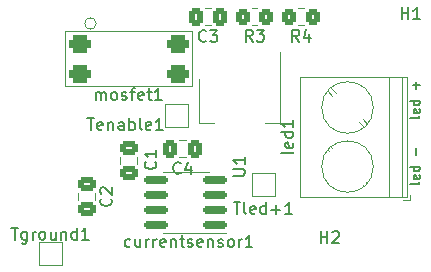
<source format=gto>
G04 #@! TF.GenerationSoftware,KiCad,Pcbnew,7.0.2*
G04 #@! TF.CreationDate,2023-10-11T21:35:40+02:00*
G04 #@! TF.ProjectId,aansturing lamp pcb,61616e73-7475-4726-996e-67206c616d70,rev?*
G04 #@! TF.SameCoordinates,Original*
G04 #@! TF.FileFunction,Legend,Top*
G04 #@! TF.FilePolarity,Positive*
%FSLAX46Y46*%
G04 Gerber Fmt 4.6, Leading zero omitted, Abs format (unit mm)*
G04 Created by KiCad (PCBNEW 7.0.2) date 2023-10-11 21:35:40*
%MOMM*%
%LPD*%
G01*
G04 APERTURE LIST*
G04 Aperture macros list*
%AMRoundRect*
0 Rectangle with rounded corners*
0 $1 Rounding radius*
0 $2 $3 $4 $5 $6 $7 $8 $9 X,Y pos of 4 corners*
0 Add a 4 corners polygon primitive as box body*
4,1,4,$2,$3,$4,$5,$6,$7,$8,$9,$2,$3,0*
0 Add four circle primitives for the rounded corners*
1,1,$1+$1,$2,$3*
1,1,$1+$1,$4,$5*
1,1,$1+$1,$6,$7*
1,1,$1+$1,$8,$9*
0 Add four rect primitives between the rounded corners*
20,1,$1+$1,$2,$3,$4,$5,0*
20,1,$1+$1,$4,$5,$6,$7,0*
20,1,$1+$1,$6,$7,$8,$9,0*
20,1,$1+$1,$8,$9,$2,$3,0*%
G04 Aperture macros list end*
%ADD10C,0.200000*%
%ADD11C,0.150000*%
%ADD12C,0.120000*%
%ADD13RoundRect,0.375000X0.575000X0.375000X-0.575000X0.375000X-0.575000X-0.375000X0.575000X-0.375000X0*%
%ADD14C,2.500000*%
%ADD15RoundRect,0.250000X0.337500X0.475000X-0.337500X0.475000X-0.337500X-0.475000X0.337500X-0.475000X0*%
%ADD16R,1.500000X1.500000*%
%ADD17R,1.500000X2.000000*%
%ADD18R,3.800000X2.000000*%
%ADD19RoundRect,0.250000X0.350000X0.450000X-0.350000X0.450000X-0.350000X-0.450000X0.350000X-0.450000X0*%
%ADD20RoundRect,0.250000X0.475000X-0.337500X0.475000X0.337500X-0.475000X0.337500X-0.475000X-0.337500X0*%
%ADD21R,2.600000X2.600000*%
%ADD22C,2.600000*%
%ADD23RoundRect,0.250000X-0.475000X0.337500X-0.475000X-0.337500X0.475000X-0.337500X0.475000X0.337500X0*%
%ADD24RoundRect,0.150000X0.825000X0.150000X-0.825000X0.150000X-0.825000X-0.150000X0.825000X-0.150000X0*%
%ADD25R,1.700000X1.700000*%
%ADD26O,1.700000X1.700000*%
G04 APERTURE END LIST*
D10*
X114837095Y-81610238D02*
X114799000Y-81686428D01*
X114799000Y-81686428D02*
X114722809Y-81724523D01*
X114722809Y-81724523D02*
X114037095Y-81724523D01*
X114799000Y-81000713D02*
X114837095Y-81076904D01*
X114837095Y-81076904D02*
X114837095Y-81229285D01*
X114837095Y-81229285D02*
X114799000Y-81305475D01*
X114799000Y-81305475D02*
X114722809Y-81343571D01*
X114722809Y-81343571D02*
X114418047Y-81343571D01*
X114418047Y-81343571D02*
X114341857Y-81305475D01*
X114341857Y-81305475D02*
X114303761Y-81229285D01*
X114303761Y-81229285D02*
X114303761Y-81076904D01*
X114303761Y-81076904D02*
X114341857Y-81000713D01*
X114341857Y-81000713D02*
X114418047Y-80962618D01*
X114418047Y-80962618D02*
X114494238Y-80962618D01*
X114494238Y-80962618D02*
X114570428Y-81343571D01*
X114837095Y-80276904D02*
X114037095Y-80276904D01*
X114799000Y-80276904D02*
X114837095Y-80353095D01*
X114837095Y-80353095D02*
X114837095Y-80505476D01*
X114837095Y-80505476D02*
X114799000Y-80581666D01*
X114799000Y-80581666D02*
X114760904Y-80619761D01*
X114760904Y-80619761D02*
X114684714Y-80657857D01*
X114684714Y-80657857D02*
X114456142Y-80657857D01*
X114456142Y-80657857D02*
X114379952Y-80619761D01*
X114379952Y-80619761D02*
X114341857Y-80581666D01*
X114341857Y-80581666D02*
X114303761Y-80505476D01*
X114303761Y-80505476D02*
X114303761Y-80353095D01*
X114303761Y-80353095D02*
X114341857Y-80276904D01*
X114532333Y-79286427D02*
X114532333Y-78676904D01*
X114837095Y-78981665D02*
X114227571Y-78981665D01*
X114837095Y-87198238D02*
X114799000Y-87274428D01*
X114799000Y-87274428D02*
X114722809Y-87312523D01*
X114722809Y-87312523D02*
X114037095Y-87312523D01*
X114799000Y-86588713D02*
X114837095Y-86664904D01*
X114837095Y-86664904D02*
X114837095Y-86817285D01*
X114837095Y-86817285D02*
X114799000Y-86893475D01*
X114799000Y-86893475D02*
X114722809Y-86931571D01*
X114722809Y-86931571D02*
X114418047Y-86931571D01*
X114418047Y-86931571D02*
X114341857Y-86893475D01*
X114341857Y-86893475D02*
X114303761Y-86817285D01*
X114303761Y-86817285D02*
X114303761Y-86664904D01*
X114303761Y-86664904D02*
X114341857Y-86588713D01*
X114341857Y-86588713D02*
X114418047Y-86550618D01*
X114418047Y-86550618D02*
X114494238Y-86550618D01*
X114494238Y-86550618D02*
X114570428Y-86931571D01*
X114837095Y-85864904D02*
X114037095Y-85864904D01*
X114799000Y-85864904D02*
X114837095Y-85941095D01*
X114837095Y-85941095D02*
X114837095Y-86093476D01*
X114837095Y-86093476D02*
X114799000Y-86169666D01*
X114799000Y-86169666D02*
X114760904Y-86207761D01*
X114760904Y-86207761D02*
X114684714Y-86245857D01*
X114684714Y-86245857D02*
X114456142Y-86245857D01*
X114456142Y-86245857D02*
X114379952Y-86207761D01*
X114379952Y-86207761D02*
X114341857Y-86169666D01*
X114341857Y-86169666D02*
X114303761Y-86093476D01*
X114303761Y-86093476D02*
X114303761Y-85941095D01*
X114303761Y-85941095D02*
X114341857Y-85864904D01*
X114532333Y-84874427D02*
X114532333Y-84264904D01*
D11*
X87408095Y-80218619D02*
X87408095Y-79551952D01*
X87408095Y-79647190D02*
X87455714Y-79599571D01*
X87455714Y-79599571D02*
X87550952Y-79551952D01*
X87550952Y-79551952D02*
X87693809Y-79551952D01*
X87693809Y-79551952D02*
X87789047Y-79599571D01*
X87789047Y-79599571D02*
X87836666Y-79694809D01*
X87836666Y-79694809D02*
X87836666Y-80218619D01*
X87836666Y-79694809D02*
X87884285Y-79599571D01*
X87884285Y-79599571D02*
X87979523Y-79551952D01*
X87979523Y-79551952D02*
X88122380Y-79551952D01*
X88122380Y-79551952D02*
X88217619Y-79599571D01*
X88217619Y-79599571D02*
X88265238Y-79694809D01*
X88265238Y-79694809D02*
X88265238Y-80218619D01*
X88884285Y-80218619D02*
X88789047Y-80171000D01*
X88789047Y-80171000D02*
X88741428Y-80123380D01*
X88741428Y-80123380D02*
X88693809Y-80028142D01*
X88693809Y-80028142D02*
X88693809Y-79742428D01*
X88693809Y-79742428D02*
X88741428Y-79647190D01*
X88741428Y-79647190D02*
X88789047Y-79599571D01*
X88789047Y-79599571D02*
X88884285Y-79551952D01*
X88884285Y-79551952D02*
X89027142Y-79551952D01*
X89027142Y-79551952D02*
X89122380Y-79599571D01*
X89122380Y-79599571D02*
X89169999Y-79647190D01*
X89169999Y-79647190D02*
X89217618Y-79742428D01*
X89217618Y-79742428D02*
X89217618Y-80028142D01*
X89217618Y-80028142D02*
X89169999Y-80123380D01*
X89169999Y-80123380D02*
X89122380Y-80171000D01*
X89122380Y-80171000D02*
X89027142Y-80218619D01*
X89027142Y-80218619D02*
X88884285Y-80218619D01*
X89598571Y-80171000D02*
X89693809Y-80218619D01*
X89693809Y-80218619D02*
X89884285Y-80218619D01*
X89884285Y-80218619D02*
X89979523Y-80171000D01*
X89979523Y-80171000D02*
X90027142Y-80075761D01*
X90027142Y-80075761D02*
X90027142Y-80028142D01*
X90027142Y-80028142D02*
X89979523Y-79932904D01*
X89979523Y-79932904D02*
X89884285Y-79885285D01*
X89884285Y-79885285D02*
X89741428Y-79885285D01*
X89741428Y-79885285D02*
X89646190Y-79837666D01*
X89646190Y-79837666D02*
X89598571Y-79742428D01*
X89598571Y-79742428D02*
X89598571Y-79694809D01*
X89598571Y-79694809D02*
X89646190Y-79599571D01*
X89646190Y-79599571D02*
X89741428Y-79551952D01*
X89741428Y-79551952D02*
X89884285Y-79551952D01*
X89884285Y-79551952D02*
X89979523Y-79599571D01*
X90312857Y-79551952D02*
X90693809Y-79551952D01*
X90455714Y-80218619D02*
X90455714Y-79361476D01*
X90455714Y-79361476D02*
X90503333Y-79266238D01*
X90503333Y-79266238D02*
X90598571Y-79218619D01*
X90598571Y-79218619D02*
X90693809Y-79218619D01*
X91408095Y-80171000D02*
X91312857Y-80218619D01*
X91312857Y-80218619D02*
X91122381Y-80218619D01*
X91122381Y-80218619D02*
X91027143Y-80171000D01*
X91027143Y-80171000D02*
X90979524Y-80075761D01*
X90979524Y-80075761D02*
X90979524Y-79694809D01*
X90979524Y-79694809D02*
X91027143Y-79599571D01*
X91027143Y-79599571D02*
X91122381Y-79551952D01*
X91122381Y-79551952D02*
X91312857Y-79551952D01*
X91312857Y-79551952D02*
X91408095Y-79599571D01*
X91408095Y-79599571D02*
X91455714Y-79694809D01*
X91455714Y-79694809D02*
X91455714Y-79790047D01*
X91455714Y-79790047D02*
X90979524Y-79885285D01*
X91741429Y-79551952D02*
X92122381Y-79551952D01*
X91884286Y-79218619D02*
X91884286Y-80075761D01*
X91884286Y-80075761D02*
X91931905Y-80171000D01*
X91931905Y-80171000D02*
X92027143Y-80218619D01*
X92027143Y-80218619D02*
X92122381Y-80218619D01*
X92979524Y-80218619D02*
X92408096Y-80218619D01*
X92693810Y-80218619D02*
X92693810Y-79218619D01*
X92693810Y-79218619D02*
X92598572Y-79361476D01*
X92598572Y-79361476D02*
X92503334Y-79456714D01*
X92503334Y-79456714D02*
X92408096Y-79504333D01*
X106428095Y-92310619D02*
X106428095Y-91310619D01*
X106428095Y-91786809D02*
X106999523Y-91786809D01*
X106999523Y-92310619D02*
X106999523Y-91310619D01*
X107428095Y-91405857D02*
X107475714Y-91358238D01*
X107475714Y-91358238D02*
X107570952Y-91310619D01*
X107570952Y-91310619D02*
X107809047Y-91310619D01*
X107809047Y-91310619D02*
X107904285Y-91358238D01*
X107904285Y-91358238D02*
X107951904Y-91405857D01*
X107951904Y-91405857D02*
X107999523Y-91501095D01*
X107999523Y-91501095D02*
X107999523Y-91596333D01*
X107999523Y-91596333D02*
X107951904Y-91739190D01*
X107951904Y-91739190D02*
X107380476Y-92310619D01*
X107380476Y-92310619D02*
X107999523Y-92310619D01*
X94575333Y-86375380D02*
X94527714Y-86423000D01*
X94527714Y-86423000D02*
X94384857Y-86470619D01*
X94384857Y-86470619D02*
X94289619Y-86470619D01*
X94289619Y-86470619D02*
X94146762Y-86423000D01*
X94146762Y-86423000D02*
X94051524Y-86327761D01*
X94051524Y-86327761D02*
X94003905Y-86232523D01*
X94003905Y-86232523D02*
X93956286Y-86042047D01*
X93956286Y-86042047D02*
X93956286Y-85899190D01*
X93956286Y-85899190D02*
X94003905Y-85708714D01*
X94003905Y-85708714D02*
X94051524Y-85613476D01*
X94051524Y-85613476D02*
X94146762Y-85518238D01*
X94146762Y-85518238D02*
X94289619Y-85470619D01*
X94289619Y-85470619D02*
X94384857Y-85470619D01*
X94384857Y-85470619D02*
X94527714Y-85518238D01*
X94527714Y-85518238D02*
X94575333Y-85565857D01*
X95432476Y-85803952D02*
X95432476Y-86470619D01*
X95194381Y-85423000D02*
X94956286Y-86137285D01*
X94956286Y-86137285D02*
X95575333Y-86137285D01*
X80232666Y-91032619D02*
X80804094Y-91032619D01*
X80518380Y-92032619D02*
X80518380Y-91032619D01*
X81565999Y-91365952D02*
X81565999Y-92175476D01*
X81565999Y-92175476D02*
X81518380Y-92270714D01*
X81518380Y-92270714D02*
X81470761Y-92318333D01*
X81470761Y-92318333D02*
X81375523Y-92365952D01*
X81375523Y-92365952D02*
X81232666Y-92365952D01*
X81232666Y-92365952D02*
X81137428Y-92318333D01*
X81565999Y-91985000D02*
X81470761Y-92032619D01*
X81470761Y-92032619D02*
X81280285Y-92032619D01*
X81280285Y-92032619D02*
X81185047Y-91985000D01*
X81185047Y-91985000D02*
X81137428Y-91937380D01*
X81137428Y-91937380D02*
X81089809Y-91842142D01*
X81089809Y-91842142D02*
X81089809Y-91556428D01*
X81089809Y-91556428D02*
X81137428Y-91461190D01*
X81137428Y-91461190D02*
X81185047Y-91413571D01*
X81185047Y-91413571D02*
X81280285Y-91365952D01*
X81280285Y-91365952D02*
X81470761Y-91365952D01*
X81470761Y-91365952D02*
X81565999Y-91413571D01*
X82042190Y-92032619D02*
X82042190Y-91365952D01*
X82042190Y-91556428D02*
X82089809Y-91461190D01*
X82089809Y-91461190D02*
X82137428Y-91413571D01*
X82137428Y-91413571D02*
X82232666Y-91365952D01*
X82232666Y-91365952D02*
X82327904Y-91365952D01*
X82804095Y-92032619D02*
X82708857Y-91985000D01*
X82708857Y-91985000D02*
X82661238Y-91937380D01*
X82661238Y-91937380D02*
X82613619Y-91842142D01*
X82613619Y-91842142D02*
X82613619Y-91556428D01*
X82613619Y-91556428D02*
X82661238Y-91461190D01*
X82661238Y-91461190D02*
X82708857Y-91413571D01*
X82708857Y-91413571D02*
X82804095Y-91365952D01*
X82804095Y-91365952D02*
X82946952Y-91365952D01*
X82946952Y-91365952D02*
X83042190Y-91413571D01*
X83042190Y-91413571D02*
X83089809Y-91461190D01*
X83089809Y-91461190D02*
X83137428Y-91556428D01*
X83137428Y-91556428D02*
X83137428Y-91842142D01*
X83137428Y-91842142D02*
X83089809Y-91937380D01*
X83089809Y-91937380D02*
X83042190Y-91985000D01*
X83042190Y-91985000D02*
X82946952Y-92032619D01*
X82946952Y-92032619D02*
X82804095Y-92032619D01*
X83994571Y-91365952D02*
X83994571Y-92032619D01*
X83566000Y-91365952D02*
X83566000Y-91889761D01*
X83566000Y-91889761D02*
X83613619Y-91985000D01*
X83613619Y-91985000D02*
X83708857Y-92032619D01*
X83708857Y-92032619D02*
X83851714Y-92032619D01*
X83851714Y-92032619D02*
X83946952Y-91985000D01*
X83946952Y-91985000D02*
X83994571Y-91937380D01*
X84470762Y-91365952D02*
X84470762Y-92032619D01*
X84470762Y-91461190D02*
X84518381Y-91413571D01*
X84518381Y-91413571D02*
X84613619Y-91365952D01*
X84613619Y-91365952D02*
X84756476Y-91365952D01*
X84756476Y-91365952D02*
X84851714Y-91413571D01*
X84851714Y-91413571D02*
X84899333Y-91508809D01*
X84899333Y-91508809D02*
X84899333Y-92032619D01*
X85804095Y-92032619D02*
X85804095Y-91032619D01*
X85804095Y-91985000D02*
X85708857Y-92032619D01*
X85708857Y-92032619D02*
X85518381Y-92032619D01*
X85518381Y-92032619D02*
X85423143Y-91985000D01*
X85423143Y-91985000D02*
X85375524Y-91937380D01*
X85375524Y-91937380D02*
X85327905Y-91842142D01*
X85327905Y-91842142D02*
X85327905Y-91556428D01*
X85327905Y-91556428D02*
X85375524Y-91461190D01*
X85375524Y-91461190D02*
X85423143Y-91413571D01*
X85423143Y-91413571D02*
X85518381Y-91365952D01*
X85518381Y-91365952D02*
X85708857Y-91365952D01*
X85708857Y-91365952D02*
X85804095Y-91413571D01*
X86804095Y-92032619D02*
X86232667Y-92032619D01*
X86518381Y-92032619D02*
X86518381Y-91032619D01*
X86518381Y-91032619D02*
X86423143Y-91175476D01*
X86423143Y-91175476D02*
X86327905Y-91270714D01*
X86327905Y-91270714D02*
X86232667Y-91318333D01*
X99030619Y-86613904D02*
X99840142Y-86613904D01*
X99840142Y-86613904D02*
X99935380Y-86566285D01*
X99935380Y-86566285D02*
X99983000Y-86518666D01*
X99983000Y-86518666D02*
X100030619Y-86423428D01*
X100030619Y-86423428D02*
X100030619Y-86232952D01*
X100030619Y-86232952D02*
X99983000Y-86137714D01*
X99983000Y-86137714D02*
X99935380Y-86090095D01*
X99935380Y-86090095D02*
X99840142Y-86042476D01*
X99840142Y-86042476D02*
X99030619Y-86042476D01*
X100030619Y-85042476D02*
X100030619Y-85613904D01*
X100030619Y-85328190D02*
X99030619Y-85328190D01*
X99030619Y-85328190D02*
X99173476Y-85423428D01*
X99173476Y-85423428D02*
X99268714Y-85518666D01*
X99268714Y-85518666D02*
X99316333Y-85613904D01*
X86677904Y-81758619D02*
X87249332Y-81758619D01*
X86963618Y-82758619D02*
X86963618Y-81758619D01*
X87963618Y-82711000D02*
X87868380Y-82758619D01*
X87868380Y-82758619D02*
X87677904Y-82758619D01*
X87677904Y-82758619D02*
X87582666Y-82711000D01*
X87582666Y-82711000D02*
X87535047Y-82615761D01*
X87535047Y-82615761D02*
X87535047Y-82234809D01*
X87535047Y-82234809D02*
X87582666Y-82139571D01*
X87582666Y-82139571D02*
X87677904Y-82091952D01*
X87677904Y-82091952D02*
X87868380Y-82091952D01*
X87868380Y-82091952D02*
X87963618Y-82139571D01*
X87963618Y-82139571D02*
X88011237Y-82234809D01*
X88011237Y-82234809D02*
X88011237Y-82330047D01*
X88011237Y-82330047D02*
X87535047Y-82425285D01*
X88439809Y-82091952D02*
X88439809Y-82758619D01*
X88439809Y-82187190D02*
X88487428Y-82139571D01*
X88487428Y-82139571D02*
X88582666Y-82091952D01*
X88582666Y-82091952D02*
X88725523Y-82091952D01*
X88725523Y-82091952D02*
X88820761Y-82139571D01*
X88820761Y-82139571D02*
X88868380Y-82234809D01*
X88868380Y-82234809D02*
X88868380Y-82758619D01*
X89773142Y-82758619D02*
X89773142Y-82234809D01*
X89773142Y-82234809D02*
X89725523Y-82139571D01*
X89725523Y-82139571D02*
X89630285Y-82091952D01*
X89630285Y-82091952D02*
X89439809Y-82091952D01*
X89439809Y-82091952D02*
X89344571Y-82139571D01*
X89773142Y-82711000D02*
X89677904Y-82758619D01*
X89677904Y-82758619D02*
X89439809Y-82758619D01*
X89439809Y-82758619D02*
X89344571Y-82711000D01*
X89344571Y-82711000D02*
X89296952Y-82615761D01*
X89296952Y-82615761D02*
X89296952Y-82520523D01*
X89296952Y-82520523D02*
X89344571Y-82425285D01*
X89344571Y-82425285D02*
X89439809Y-82377666D01*
X89439809Y-82377666D02*
X89677904Y-82377666D01*
X89677904Y-82377666D02*
X89773142Y-82330047D01*
X90249333Y-82758619D02*
X90249333Y-81758619D01*
X90249333Y-82139571D02*
X90344571Y-82091952D01*
X90344571Y-82091952D02*
X90535047Y-82091952D01*
X90535047Y-82091952D02*
X90630285Y-82139571D01*
X90630285Y-82139571D02*
X90677904Y-82187190D01*
X90677904Y-82187190D02*
X90725523Y-82282428D01*
X90725523Y-82282428D02*
X90725523Y-82568142D01*
X90725523Y-82568142D02*
X90677904Y-82663380D01*
X90677904Y-82663380D02*
X90630285Y-82711000D01*
X90630285Y-82711000D02*
X90535047Y-82758619D01*
X90535047Y-82758619D02*
X90344571Y-82758619D01*
X90344571Y-82758619D02*
X90249333Y-82711000D01*
X91296952Y-82758619D02*
X91201714Y-82711000D01*
X91201714Y-82711000D02*
X91154095Y-82615761D01*
X91154095Y-82615761D02*
X91154095Y-81758619D01*
X92058857Y-82711000D02*
X91963619Y-82758619D01*
X91963619Y-82758619D02*
X91773143Y-82758619D01*
X91773143Y-82758619D02*
X91677905Y-82711000D01*
X91677905Y-82711000D02*
X91630286Y-82615761D01*
X91630286Y-82615761D02*
X91630286Y-82234809D01*
X91630286Y-82234809D02*
X91677905Y-82139571D01*
X91677905Y-82139571D02*
X91773143Y-82091952D01*
X91773143Y-82091952D02*
X91963619Y-82091952D01*
X91963619Y-82091952D02*
X92058857Y-82139571D01*
X92058857Y-82139571D02*
X92106476Y-82234809D01*
X92106476Y-82234809D02*
X92106476Y-82330047D01*
X92106476Y-82330047D02*
X91630286Y-82425285D01*
X93058857Y-82758619D02*
X92487429Y-82758619D01*
X92773143Y-82758619D02*
X92773143Y-81758619D01*
X92773143Y-81758619D02*
X92677905Y-81901476D01*
X92677905Y-81901476D02*
X92582667Y-81996714D01*
X92582667Y-81996714D02*
X92487429Y-82044333D01*
X99076190Y-88870619D02*
X99647618Y-88870619D01*
X99361904Y-89870619D02*
X99361904Y-88870619D01*
X100123809Y-89870619D02*
X100028571Y-89823000D01*
X100028571Y-89823000D02*
X99980952Y-89727761D01*
X99980952Y-89727761D02*
X99980952Y-88870619D01*
X100885714Y-89823000D02*
X100790476Y-89870619D01*
X100790476Y-89870619D02*
X100600000Y-89870619D01*
X100600000Y-89870619D02*
X100504762Y-89823000D01*
X100504762Y-89823000D02*
X100457143Y-89727761D01*
X100457143Y-89727761D02*
X100457143Y-89346809D01*
X100457143Y-89346809D02*
X100504762Y-89251571D01*
X100504762Y-89251571D02*
X100600000Y-89203952D01*
X100600000Y-89203952D02*
X100790476Y-89203952D01*
X100790476Y-89203952D02*
X100885714Y-89251571D01*
X100885714Y-89251571D02*
X100933333Y-89346809D01*
X100933333Y-89346809D02*
X100933333Y-89442047D01*
X100933333Y-89442047D02*
X100457143Y-89537285D01*
X101790476Y-89870619D02*
X101790476Y-88870619D01*
X101790476Y-89823000D02*
X101695238Y-89870619D01*
X101695238Y-89870619D02*
X101504762Y-89870619D01*
X101504762Y-89870619D02*
X101409524Y-89823000D01*
X101409524Y-89823000D02*
X101361905Y-89775380D01*
X101361905Y-89775380D02*
X101314286Y-89680142D01*
X101314286Y-89680142D02*
X101314286Y-89394428D01*
X101314286Y-89394428D02*
X101361905Y-89299190D01*
X101361905Y-89299190D02*
X101409524Y-89251571D01*
X101409524Y-89251571D02*
X101504762Y-89203952D01*
X101504762Y-89203952D02*
X101695238Y-89203952D01*
X101695238Y-89203952D02*
X101790476Y-89251571D01*
X102266667Y-89489666D02*
X103028572Y-89489666D01*
X102647619Y-89870619D02*
X102647619Y-89108714D01*
X104028571Y-89870619D02*
X103457143Y-89870619D01*
X103742857Y-89870619D02*
X103742857Y-88870619D01*
X103742857Y-88870619D02*
X103647619Y-89013476D01*
X103647619Y-89013476D02*
X103552381Y-89108714D01*
X103552381Y-89108714D02*
X103457143Y-89156333D01*
X100671333Y-75264619D02*
X100338000Y-74788428D01*
X100099905Y-75264619D02*
X100099905Y-74264619D01*
X100099905Y-74264619D02*
X100480857Y-74264619D01*
X100480857Y-74264619D02*
X100576095Y-74312238D01*
X100576095Y-74312238D02*
X100623714Y-74359857D01*
X100623714Y-74359857D02*
X100671333Y-74455095D01*
X100671333Y-74455095D02*
X100671333Y-74597952D01*
X100671333Y-74597952D02*
X100623714Y-74693190D01*
X100623714Y-74693190D02*
X100576095Y-74740809D01*
X100576095Y-74740809D02*
X100480857Y-74788428D01*
X100480857Y-74788428D02*
X100099905Y-74788428D01*
X101004667Y-74264619D02*
X101623714Y-74264619D01*
X101623714Y-74264619D02*
X101290381Y-74645571D01*
X101290381Y-74645571D02*
X101433238Y-74645571D01*
X101433238Y-74645571D02*
X101528476Y-74693190D01*
X101528476Y-74693190D02*
X101576095Y-74740809D01*
X101576095Y-74740809D02*
X101623714Y-74836047D01*
X101623714Y-74836047D02*
X101623714Y-75074142D01*
X101623714Y-75074142D02*
X101576095Y-75169380D01*
X101576095Y-75169380D02*
X101528476Y-75217000D01*
X101528476Y-75217000D02*
X101433238Y-75264619D01*
X101433238Y-75264619D02*
X101147524Y-75264619D01*
X101147524Y-75264619D02*
X101052286Y-75217000D01*
X101052286Y-75217000D02*
X101004667Y-75169380D01*
X92429780Y-85423466D02*
X92477400Y-85471085D01*
X92477400Y-85471085D02*
X92525019Y-85613942D01*
X92525019Y-85613942D02*
X92525019Y-85709180D01*
X92525019Y-85709180D02*
X92477400Y-85852037D01*
X92477400Y-85852037D02*
X92382161Y-85947275D01*
X92382161Y-85947275D02*
X92286923Y-85994894D01*
X92286923Y-85994894D02*
X92096447Y-86042513D01*
X92096447Y-86042513D02*
X91953590Y-86042513D01*
X91953590Y-86042513D02*
X91763114Y-85994894D01*
X91763114Y-85994894D02*
X91667876Y-85947275D01*
X91667876Y-85947275D02*
X91572638Y-85852037D01*
X91572638Y-85852037D02*
X91525019Y-85709180D01*
X91525019Y-85709180D02*
X91525019Y-85613942D01*
X91525019Y-85613942D02*
X91572638Y-85471085D01*
X91572638Y-85471085D02*
X91620257Y-85423466D01*
X92525019Y-84471085D02*
X92525019Y-85042513D01*
X92525019Y-84756799D02*
X91525019Y-84756799D01*
X91525019Y-84756799D02*
X91667876Y-84852037D01*
X91667876Y-84852037D02*
X91763114Y-84947275D01*
X91763114Y-84947275D02*
X91810733Y-85042513D01*
X104114619Y-84590095D02*
X104067000Y-84685333D01*
X104067000Y-84685333D02*
X103971761Y-84732952D01*
X103971761Y-84732952D02*
X103114619Y-84732952D01*
X104067000Y-83828190D02*
X104114619Y-83923428D01*
X104114619Y-83923428D02*
X104114619Y-84113904D01*
X104114619Y-84113904D02*
X104067000Y-84209142D01*
X104067000Y-84209142D02*
X103971761Y-84256761D01*
X103971761Y-84256761D02*
X103590809Y-84256761D01*
X103590809Y-84256761D02*
X103495571Y-84209142D01*
X103495571Y-84209142D02*
X103447952Y-84113904D01*
X103447952Y-84113904D02*
X103447952Y-83923428D01*
X103447952Y-83923428D02*
X103495571Y-83828190D01*
X103495571Y-83828190D02*
X103590809Y-83780571D01*
X103590809Y-83780571D02*
X103686047Y-83780571D01*
X103686047Y-83780571D02*
X103781285Y-84256761D01*
X104114619Y-82923428D02*
X103114619Y-82923428D01*
X104067000Y-82923428D02*
X104114619Y-83018666D01*
X104114619Y-83018666D02*
X104114619Y-83209142D01*
X104114619Y-83209142D02*
X104067000Y-83304380D01*
X104067000Y-83304380D02*
X104019380Y-83351999D01*
X104019380Y-83351999D02*
X103924142Y-83399618D01*
X103924142Y-83399618D02*
X103638428Y-83399618D01*
X103638428Y-83399618D02*
X103543190Y-83351999D01*
X103543190Y-83351999D02*
X103495571Y-83304380D01*
X103495571Y-83304380D02*
X103447952Y-83209142D01*
X103447952Y-83209142D02*
X103447952Y-83018666D01*
X103447952Y-83018666D02*
X103495571Y-82923428D01*
X104114619Y-81923428D02*
X104114619Y-82494856D01*
X104114619Y-82209142D02*
X103114619Y-82209142D01*
X103114619Y-82209142D02*
X103257476Y-82304380D01*
X103257476Y-82304380D02*
X103352714Y-82399618D01*
X103352714Y-82399618D02*
X103400333Y-82494856D01*
X88661380Y-88558666D02*
X88709000Y-88606285D01*
X88709000Y-88606285D02*
X88756619Y-88749142D01*
X88756619Y-88749142D02*
X88756619Y-88844380D01*
X88756619Y-88844380D02*
X88709000Y-88987237D01*
X88709000Y-88987237D02*
X88613761Y-89082475D01*
X88613761Y-89082475D02*
X88518523Y-89130094D01*
X88518523Y-89130094D02*
X88328047Y-89177713D01*
X88328047Y-89177713D02*
X88185190Y-89177713D01*
X88185190Y-89177713D02*
X87994714Y-89130094D01*
X87994714Y-89130094D02*
X87899476Y-89082475D01*
X87899476Y-89082475D02*
X87804238Y-88987237D01*
X87804238Y-88987237D02*
X87756619Y-88844380D01*
X87756619Y-88844380D02*
X87756619Y-88749142D01*
X87756619Y-88749142D02*
X87804238Y-88606285D01*
X87804238Y-88606285D02*
X87851857Y-88558666D01*
X87851857Y-88177713D02*
X87804238Y-88130094D01*
X87804238Y-88130094D02*
X87756619Y-88034856D01*
X87756619Y-88034856D02*
X87756619Y-87796761D01*
X87756619Y-87796761D02*
X87804238Y-87701523D01*
X87804238Y-87701523D02*
X87851857Y-87653904D01*
X87851857Y-87653904D02*
X87947095Y-87606285D01*
X87947095Y-87606285D02*
X88042333Y-87606285D01*
X88042333Y-87606285D02*
X88185190Y-87653904D01*
X88185190Y-87653904D02*
X88756619Y-88225332D01*
X88756619Y-88225332D02*
X88756619Y-87606285D01*
X113284095Y-73360619D02*
X113284095Y-72360619D01*
X113284095Y-72836809D02*
X113855523Y-72836809D01*
X113855523Y-73360619D02*
X113855523Y-72360619D01*
X114855523Y-73360619D02*
X114284095Y-73360619D01*
X114569809Y-73360619D02*
X114569809Y-72360619D01*
X114569809Y-72360619D02*
X114474571Y-72503476D01*
X114474571Y-72503476D02*
X114379333Y-72598714D01*
X114379333Y-72598714D02*
X114284095Y-72646333D01*
X104608333Y-75264619D02*
X104275000Y-74788428D01*
X104036905Y-75264619D02*
X104036905Y-74264619D01*
X104036905Y-74264619D02*
X104417857Y-74264619D01*
X104417857Y-74264619D02*
X104513095Y-74312238D01*
X104513095Y-74312238D02*
X104560714Y-74359857D01*
X104560714Y-74359857D02*
X104608333Y-74455095D01*
X104608333Y-74455095D02*
X104608333Y-74597952D01*
X104608333Y-74597952D02*
X104560714Y-74693190D01*
X104560714Y-74693190D02*
X104513095Y-74740809D01*
X104513095Y-74740809D02*
X104417857Y-74788428D01*
X104417857Y-74788428D02*
X104036905Y-74788428D01*
X105465476Y-74597952D02*
X105465476Y-75264619D01*
X105227381Y-74217000D02*
X104989286Y-74931285D01*
X104989286Y-74931285D02*
X105608333Y-74931285D01*
X90321427Y-92617000D02*
X90226189Y-92664619D01*
X90226189Y-92664619D02*
X90035713Y-92664619D01*
X90035713Y-92664619D02*
X89940475Y-92617000D01*
X89940475Y-92617000D02*
X89892856Y-92569380D01*
X89892856Y-92569380D02*
X89845237Y-92474142D01*
X89845237Y-92474142D02*
X89845237Y-92188428D01*
X89845237Y-92188428D02*
X89892856Y-92093190D01*
X89892856Y-92093190D02*
X89940475Y-92045571D01*
X89940475Y-92045571D02*
X90035713Y-91997952D01*
X90035713Y-91997952D02*
X90226189Y-91997952D01*
X90226189Y-91997952D02*
X90321427Y-92045571D01*
X91178570Y-91997952D02*
X91178570Y-92664619D01*
X90749999Y-91997952D02*
X90749999Y-92521761D01*
X90749999Y-92521761D02*
X90797618Y-92617000D01*
X90797618Y-92617000D02*
X90892856Y-92664619D01*
X90892856Y-92664619D02*
X91035713Y-92664619D01*
X91035713Y-92664619D02*
X91130951Y-92617000D01*
X91130951Y-92617000D02*
X91178570Y-92569380D01*
X91654761Y-92664619D02*
X91654761Y-91997952D01*
X91654761Y-92188428D02*
X91702380Y-92093190D01*
X91702380Y-92093190D02*
X91749999Y-92045571D01*
X91749999Y-92045571D02*
X91845237Y-91997952D01*
X91845237Y-91997952D02*
X91940475Y-91997952D01*
X92273809Y-92664619D02*
X92273809Y-91997952D01*
X92273809Y-92188428D02*
X92321428Y-92093190D01*
X92321428Y-92093190D02*
X92369047Y-92045571D01*
X92369047Y-92045571D02*
X92464285Y-91997952D01*
X92464285Y-91997952D02*
X92559523Y-91997952D01*
X93273809Y-92617000D02*
X93178571Y-92664619D01*
X93178571Y-92664619D02*
X92988095Y-92664619D01*
X92988095Y-92664619D02*
X92892857Y-92617000D01*
X92892857Y-92617000D02*
X92845238Y-92521761D01*
X92845238Y-92521761D02*
X92845238Y-92140809D01*
X92845238Y-92140809D02*
X92892857Y-92045571D01*
X92892857Y-92045571D02*
X92988095Y-91997952D01*
X92988095Y-91997952D02*
X93178571Y-91997952D01*
X93178571Y-91997952D02*
X93273809Y-92045571D01*
X93273809Y-92045571D02*
X93321428Y-92140809D01*
X93321428Y-92140809D02*
X93321428Y-92236047D01*
X93321428Y-92236047D02*
X92845238Y-92331285D01*
X93750000Y-91997952D02*
X93750000Y-92664619D01*
X93750000Y-92093190D02*
X93797619Y-92045571D01*
X93797619Y-92045571D02*
X93892857Y-91997952D01*
X93892857Y-91997952D02*
X94035714Y-91997952D01*
X94035714Y-91997952D02*
X94130952Y-92045571D01*
X94130952Y-92045571D02*
X94178571Y-92140809D01*
X94178571Y-92140809D02*
X94178571Y-92664619D01*
X94511905Y-91997952D02*
X94892857Y-91997952D01*
X94654762Y-91664619D02*
X94654762Y-92521761D01*
X94654762Y-92521761D02*
X94702381Y-92617000D01*
X94702381Y-92617000D02*
X94797619Y-92664619D01*
X94797619Y-92664619D02*
X94892857Y-92664619D01*
X95178572Y-92617000D02*
X95273810Y-92664619D01*
X95273810Y-92664619D02*
X95464286Y-92664619D01*
X95464286Y-92664619D02*
X95559524Y-92617000D01*
X95559524Y-92617000D02*
X95607143Y-92521761D01*
X95607143Y-92521761D02*
X95607143Y-92474142D01*
X95607143Y-92474142D02*
X95559524Y-92378904D01*
X95559524Y-92378904D02*
X95464286Y-92331285D01*
X95464286Y-92331285D02*
X95321429Y-92331285D01*
X95321429Y-92331285D02*
X95226191Y-92283666D01*
X95226191Y-92283666D02*
X95178572Y-92188428D01*
X95178572Y-92188428D02*
X95178572Y-92140809D01*
X95178572Y-92140809D02*
X95226191Y-92045571D01*
X95226191Y-92045571D02*
X95321429Y-91997952D01*
X95321429Y-91997952D02*
X95464286Y-91997952D01*
X95464286Y-91997952D02*
X95559524Y-92045571D01*
X96416667Y-92617000D02*
X96321429Y-92664619D01*
X96321429Y-92664619D02*
X96130953Y-92664619D01*
X96130953Y-92664619D02*
X96035715Y-92617000D01*
X96035715Y-92617000D02*
X95988096Y-92521761D01*
X95988096Y-92521761D02*
X95988096Y-92140809D01*
X95988096Y-92140809D02*
X96035715Y-92045571D01*
X96035715Y-92045571D02*
X96130953Y-91997952D01*
X96130953Y-91997952D02*
X96321429Y-91997952D01*
X96321429Y-91997952D02*
X96416667Y-92045571D01*
X96416667Y-92045571D02*
X96464286Y-92140809D01*
X96464286Y-92140809D02*
X96464286Y-92236047D01*
X96464286Y-92236047D02*
X95988096Y-92331285D01*
X96892858Y-91997952D02*
X96892858Y-92664619D01*
X96892858Y-92093190D02*
X96940477Y-92045571D01*
X96940477Y-92045571D02*
X97035715Y-91997952D01*
X97035715Y-91997952D02*
X97178572Y-91997952D01*
X97178572Y-91997952D02*
X97273810Y-92045571D01*
X97273810Y-92045571D02*
X97321429Y-92140809D01*
X97321429Y-92140809D02*
X97321429Y-92664619D01*
X97750001Y-92617000D02*
X97845239Y-92664619D01*
X97845239Y-92664619D02*
X98035715Y-92664619D01*
X98035715Y-92664619D02*
X98130953Y-92617000D01*
X98130953Y-92617000D02*
X98178572Y-92521761D01*
X98178572Y-92521761D02*
X98178572Y-92474142D01*
X98178572Y-92474142D02*
X98130953Y-92378904D01*
X98130953Y-92378904D02*
X98035715Y-92331285D01*
X98035715Y-92331285D02*
X97892858Y-92331285D01*
X97892858Y-92331285D02*
X97797620Y-92283666D01*
X97797620Y-92283666D02*
X97750001Y-92188428D01*
X97750001Y-92188428D02*
X97750001Y-92140809D01*
X97750001Y-92140809D02*
X97797620Y-92045571D01*
X97797620Y-92045571D02*
X97892858Y-91997952D01*
X97892858Y-91997952D02*
X98035715Y-91997952D01*
X98035715Y-91997952D02*
X98130953Y-92045571D01*
X98750001Y-92664619D02*
X98654763Y-92617000D01*
X98654763Y-92617000D02*
X98607144Y-92569380D01*
X98607144Y-92569380D02*
X98559525Y-92474142D01*
X98559525Y-92474142D02*
X98559525Y-92188428D01*
X98559525Y-92188428D02*
X98607144Y-92093190D01*
X98607144Y-92093190D02*
X98654763Y-92045571D01*
X98654763Y-92045571D02*
X98750001Y-91997952D01*
X98750001Y-91997952D02*
X98892858Y-91997952D01*
X98892858Y-91997952D02*
X98988096Y-92045571D01*
X98988096Y-92045571D02*
X99035715Y-92093190D01*
X99035715Y-92093190D02*
X99083334Y-92188428D01*
X99083334Y-92188428D02*
X99083334Y-92474142D01*
X99083334Y-92474142D02*
X99035715Y-92569380D01*
X99035715Y-92569380D02*
X98988096Y-92617000D01*
X98988096Y-92617000D02*
X98892858Y-92664619D01*
X98892858Y-92664619D02*
X98750001Y-92664619D01*
X99511906Y-92664619D02*
X99511906Y-91997952D01*
X99511906Y-92188428D02*
X99559525Y-92093190D01*
X99559525Y-92093190D02*
X99607144Y-92045571D01*
X99607144Y-92045571D02*
X99702382Y-91997952D01*
X99702382Y-91997952D02*
X99797620Y-91997952D01*
X100654763Y-92664619D02*
X100083335Y-92664619D01*
X100369049Y-92664619D02*
X100369049Y-91664619D01*
X100369049Y-91664619D02*
X100273811Y-91807476D01*
X100273811Y-91807476D02*
X100178573Y-91902714D01*
X100178573Y-91902714D02*
X100083335Y-91950333D01*
X96734333Y-75199380D02*
X96686714Y-75247000D01*
X96686714Y-75247000D02*
X96543857Y-75294619D01*
X96543857Y-75294619D02*
X96448619Y-75294619D01*
X96448619Y-75294619D02*
X96305762Y-75247000D01*
X96305762Y-75247000D02*
X96210524Y-75151761D01*
X96210524Y-75151761D02*
X96162905Y-75056523D01*
X96162905Y-75056523D02*
X96115286Y-74866047D01*
X96115286Y-74866047D02*
X96115286Y-74723190D01*
X96115286Y-74723190D02*
X96162905Y-74532714D01*
X96162905Y-74532714D02*
X96210524Y-74437476D01*
X96210524Y-74437476D02*
X96305762Y-74342238D01*
X96305762Y-74342238D02*
X96448619Y-74294619D01*
X96448619Y-74294619D02*
X96543857Y-74294619D01*
X96543857Y-74294619D02*
X96686714Y-74342238D01*
X96686714Y-74342238D02*
X96734333Y-74389857D01*
X97067667Y-74294619D02*
X97686714Y-74294619D01*
X97686714Y-74294619D02*
X97353381Y-74675571D01*
X97353381Y-74675571D02*
X97496238Y-74675571D01*
X97496238Y-74675571D02*
X97591476Y-74723190D01*
X97591476Y-74723190D02*
X97639095Y-74770809D01*
X97639095Y-74770809D02*
X97686714Y-74866047D01*
X97686714Y-74866047D02*
X97686714Y-75104142D01*
X97686714Y-75104142D02*
X97639095Y-75199380D01*
X97639095Y-75199380D02*
X97591476Y-75247000D01*
X97591476Y-75247000D02*
X97496238Y-75294619D01*
X97496238Y-75294619D02*
X97210524Y-75294619D01*
X97210524Y-75294619D02*
X97115286Y-75247000D01*
X97115286Y-75247000D02*
X97067667Y-75199380D01*
D12*
X84770000Y-79008000D02*
X95570000Y-79008000D01*
X95570000Y-79008000D02*
X95570000Y-74408000D01*
X95570000Y-74408000D02*
X84770000Y-74408000D01*
X84770000Y-74408000D02*
X84770000Y-79008000D01*
X87422701Y-73738000D02*
G75*
G03*
X87422701Y-73738000I-482701J0D01*
G01*
X95003252Y-85063000D02*
X94480748Y-85063000D01*
X95003252Y-83593000D02*
X94480748Y-83593000D01*
X82616000Y-92268000D02*
X84516000Y-92268000D01*
X82616000Y-94168000D02*
X82616000Y-92268000D01*
X84516000Y-92268000D02*
X84516000Y-94168000D01*
X84516000Y-94168000D02*
X82616000Y-94168000D01*
X102978000Y-76164000D02*
X102978000Y-82174000D01*
X96158000Y-78414000D02*
X96158000Y-82174000D01*
X102978000Y-82174000D02*
X101718000Y-82174000D01*
X96158000Y-82174000D02*
X97418000Y-82174000D01*
X93284000Y-80584000D02*
X95184000Y-80584000D01*
X93284000Y-82484000D02*
X93284000Y-80584000D01*
X95184000Y-80584000D02*
X95184000Y-82484000D01*
X95184000Y-82484000D02*
X93284000Y-82484000D01*
X100650000Y-86426000D02*
X102550000Y-86426000D01*
X100650000Y-88326000D02*
X100650000Y-86426000D01*
X102550000Y-86426000D02*
X102550000Y-88326000D01*
X102550000Y-88326000D02*
X100650000Y-88326000D01*
X101065064Y-73887000D02*
X100610936Y-73887000D01*
X101065064Y-72417000D02*
X100610936Y-72417000D01*
X89435000Y-85605252D02*
X89435000Y-85082748D01*
X90905000Y-85605252D02*
X90905000Y-85082748D01*
X113372000Y-88652000D02*
X114012000Y-88652000D01*
X114012000Y-88652000D02*
X114012000Y-88252000D01*
X104652000Y-88412000D02*
X113772000Y-88412000D01*
X104652000Y-88412000D02*
X104652000Y-78292000D01*
X112212000Y-88412000D02*
X112212000Y-78292000D01*
X113312000Y-88412000D02*
X113312000Y-78292000D01*
X113772000Y-88412000D02*
X113772000Y-78292000D01*
X109993000Y-87400000D02*
X110100000Y-87506000D01*
X110259000Y-87134000D02*
X110366000Y-87240000D01*
X107058000Y-84464000D02*
X107165000Y-84571000D01*
X107324000Y-84198000D02*
X107431000Y-84305000D01*
X109704000Y-82110000D02*
X110100000Y-82505000D01*
X109986000Y-81859000D02*
X110366000Y-82239000D01*
X107058000Y-79464000D02*
X107438000Y-79844000D01*
X107324000Y-79198000D02*
X107720000Y-79593000D01*
X104652000Y-78292000D02*
X113772000Y-78292000D01*
X110892000Y-85852000D02*
G75*
G03*
X110892000Y-85852000I-2180000J0D01*
G01*
X110892000Y-80852000D02*
G75*
G03*
X110892000Y-80852000I-2180000J0D01*
G01*
X87349000Y-88130748D02*
X87349000Y-88653252D01*
X85879000Y-88130748D02*
X85879000Y-88653252D01*
X105002064Y-73887000D02*
X104547936Y-73887000D01*
X105002064Y-72417000D02*
X104547936Y-72417000D01*
X94996000Y-91460000D02*
X98446000Y-91460000D01*
X94996000Y-91460000D02*
X93046000Y-91460000D01*
X94996000Y-86340000D02*
X96946000Y-86340000D01*
X94996000Y-86340000D02*
X93046000Y-86340000D01*
X97162252Y-73887000D02*
X96639748Y-73887000D01*
X97162252Y-72417000D02*
X96639748Y-72417000D01*
%LPC*%
D13*
X86019996Y-75438000D03*
X86019996Y-77978000D03*
X94319996Y-77978000D03*
X94319996Y-75438000D03*
D14*
X110998000Y-91694000D03*
D15*
X95779500Y-84328000D03*
X93704500Y-84328000D03*
D16*
X83566000Y-93218000D03*
D17*
X101868000Y-77114000D03*
X99568000Y-77114000D03*
D18*
X99568000Y-83414000D03*
D17*
X97268000Y-77114000D03*
D16*
X94234000Y-81534000D03*
X101600000Y-87376000D03*
D19*
X101838000Y-73152000D03*
X99838000Y-73152000D03*
D20*
X90170000Y-86381500D03*
X90170000Y-84306500D03*
D21*
X108712000Y-85852000D03*
D22*
X108712000Y-80852000D03*
D23*
X86614000Y-87354500D03*
X86614000Y-89429500D03*
D14*
X111000000Y-75000000D03*
D19*
X105775000Y-73152000D03*
X103775000Y-73152000D03*
D24*
X97471000Y-90805000D03*
X97471000Y-89535000D03*
X97471000Y-88265000D03*
X97471000Y-86995000D03*
X92521000Y-86995000D03*
X92521000Y-88265000D03*
X92521000Y-89535000D03*
X92521000Y-90805000D03*
D15*
X97938500Y-73152000D03*
X95863500Y-73152000D03*
D25*
X82042000Y-76200000D03*
D26*
X82042000Y-78740000D03*
X82042000Y-81280000D03*
X82042000Y-83820000D03*
X82042000Y-86360000D03*
X82042000Y-88900000D03*
%LPD*%
M02*

</source>
